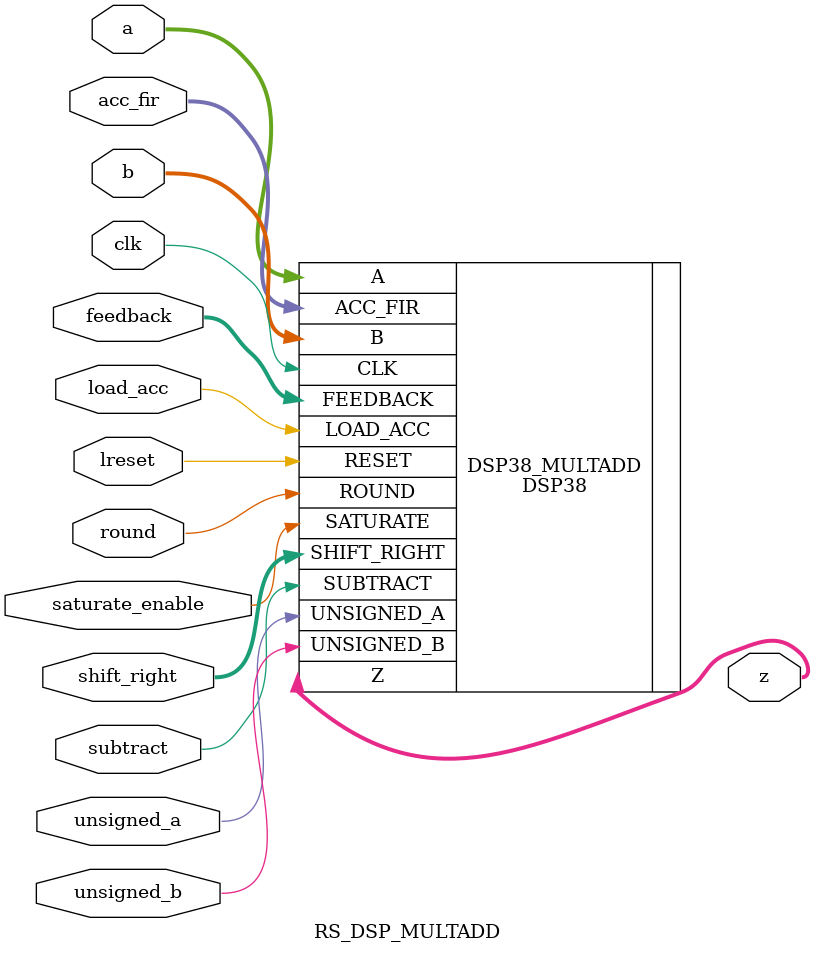
<source format=v>

module RS_DSP_MULTADD (
    input  wire [19:0] a,
    input  wire [17:0] b,
    output wire [37:0] z,

    input  wire       clk,
    input  wire       lreset,

    input  wire [ 2:0] feedback,
    input  wire [ 5:0] acc_fir,
    input  wire        load_acc,
    input  wire        unsigned_a,
    input  wire        unsigned_b,

    input  wire        saturate_enable,
    input  wire [ 5:0] shift_right,
    input  wire        round,
    input  wire        subtract
);

DSP38 #(
    .DSP_MODE("MULTIPLY_ADD_SUB"),
    .OUTPUT_REG_EN("FALSE"),
    .INPUT_REG_EN("FALSE")
) DSP38_MULTADD (
    .A(a),
    .B(b),
    .Z(z),
    .FEEDBACK(feedback),
    .UNSIGNED_A(unsigned_a),
    .UNSIGNED_B(unsigned_b),
    .CLK(clk),
    .RESET(lreset),
    .ACC_FIR(acc_fir),
    .LOAD_ACC(load_acc),
    .SATURATE(saturate_enable),
    .SHIFT_RIGHT(shift_right),
    .ROUND(round),
    .SUBTRACT(subtract)
);

endmodule

</source>
